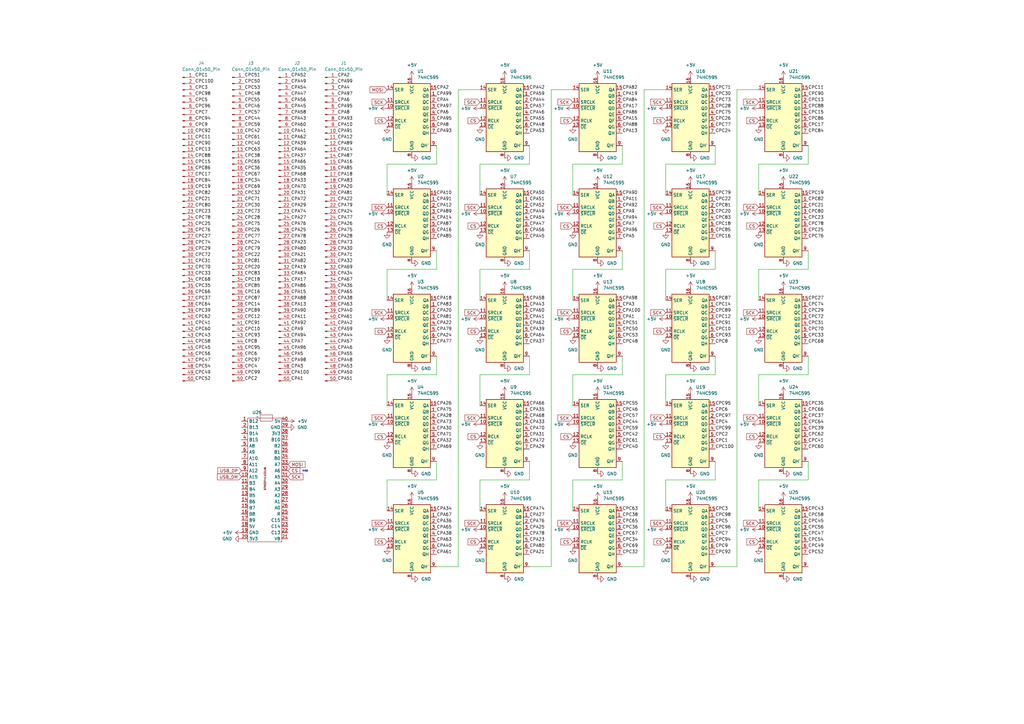
<source format=kicad_sch>
(kicad_sch (version 20231120) (generator "eeschema") (generator_version "8.0")
  (paper "A3")
  (title_block (title "MC6205-2") (rev "1") (company "Astrolate"))
  (wire (pts (xy 234.95 36.83) (xy 226.06 36.83)))
  (wire (pts (xy 255.27 146.05) (xy 255.27 153.67)))
  (wire (pts (xy 196.85 153.67) (xy 196.85 166.37)))
  (wire (pts (xy 255.27 102.87) (xy 255.27 110.49)))
  (wire (pts (xy 179.07 59.69) (xy 179.07 67.31)))
  (wire (pts (xy 196.85 110.49) (xy 196.85 123.19)))
  (wire (pts (xy 179.07 189.23) (xy 179.07 196.85)))
  (wire (pts (xy 196.85 196.85) (xy 196.85 209.55)))
  (wire (pts (xy 196.85 67.31) (xy 196.85 80.01)))
  (wire (pts (xy 217.17 102.87) (xy 217.17 110.49)))
  (wire (pts (xy 234.95 110.49) (xy 234.95 123.19)))
  (wire (pts (xy 311.15 196.85) (xy 311.15 209.55)))
  (wire (pts (xy 255.27 67.31) (xy 234.95 67.31)))
  (wire (pts (xy 331.47 59.69) (xy 331.47 67.31)))
  (wire (pts (xy 293.37 232.41) (xy 302.26 232.41)))
  (wire (pts (xy 217.17 146.05) (xy 217.17 153.67)))
  (wire (pts (xy 179.07 110.49) (xy 158.75 110.49)))
  (wire (pts (xy 273.05 110.49) (xy 273.05 123.19)))
  (wire (pts (xy 255.27 59.69) (xy 255.27 67.31)))
  (wire (pts (xy 234.95 67.31) (xy 234.95 80.01)))
  (wire (pts (xy 179.07 153.67) (xy 158.75 153.67)))
  (wire (pts (xy 273.05 153.67) (xy 273.05 166.37)))
  (wire (pts (xy 302.26 232.41) (xy 302.26 36.83)))
  (wire (pts (xy 293.37 146.05) (xy 293.37 153.67)))
  (wire (pts (xy 293.37 153.67) (xy 273.05 153.67)))
  (wire (pts (xy 217.17 59.69) (xy 217.17 67.31)))
  (wire (pts (xy 331.47 146.05) (xy 331.47 153.67)))
  (wire (pts (xy 331.47 196.85) (xy 311.15 196.85)))
  (wire (pts (xy 234.95 153.67) (xy 234.95 166.37)))
  (wire (pts (xy 255.27 110.49) (xy 234.95 110.49)))
  (wire (pts (xy 179.07 196.85) (xy 158.75 196.85)))
  (wire (pts (xy 273.05 196.85) (xy 273.05 209.55)))
  (wire (pts (xy 179.07 146.05) (xy 179.07 153.67)))
  (wire (pts (xy 158.75 153.67) (xy 158.75 166.37)))
  (wire (pts (xy 217.17 110.49) (xy 196.85 110.49)))
  (wire (pts (xy 158.75 110.49) (xy 158.75 123.19)))
  (wire (pts (xy 331.47 102.87) (xy 331.47 110.49)))
  (wire (pts (xy 293.37 102.87) (xy 293.37 110.49)))
  (wire (pts (xy 255.27 189.23) (xy 255.27 196.85)))
  (wire (pts (xy 293.37 196.85) (xy 273.05 196.85)))
  (wire (pts (xy 311.15 110.49) (xy 311.15 123.19)))
  (wire (pts (xy 293.37 67.31) (xy 273.05 67.31)))
  (wire (pts (xy 187.96 36.83) (xy 196.85 36.83)))
  (wire (pts (xy 302.26 36.83) (xy 311.15 36.83)))
  (wire (pts (xy 331.47 189.23) (xy 331.47 196.85)))
  (wire (pts (xy 255.27 196.85) (xy 234.95 196.85)))
  (wire (pts (xy 311.15 67.31) (xy 311.15 80.01)))
  (wire (pts (xy 179.07 102.87) (xy 179.07 110.49)))
  (wire (pts (xy 179.07 67.31) (xy 158.75 67.31)))
  (wire (pts (xy 255.27 153.67) (xy 234.95 153.67)))
  (wire (pts (xy 264.16 36.83) (xy 273.05 36.83)))
  (wire (pts (xy 158.75 196.85) (xy 158.75 209.55)))
  (wire (pts (xy 293.37 110.49) (xy 273.05 110.49)))
  (wire (pts (xy 293.37 189.23) (xy 293.37 196.85)))
  (wire (pts (xy 217.17 189.23) (xy 217.17 196.85)))
  (wire (pts (xy 217.17 153.67) (xy 196.85 153.67)))
  (wire (pts (xy 311.15 153.67) (xy 311.15 166.37)))
  (wire (pts (xy 187.96 232.41) (xy 187.96 36.83)))
  (wire (pts (xy 217.17 196.85) (xy 196.85 196.85)))
  (wire (pts (xy 331.47 153.67) (xy 311.15 153.67)))
  (wire (pts (xy 158.75 67.31) (xy 158.75 80.01)))
  (wire (pts (xy 234.95 196.85) (xy 234.95 209.55)))
  (wire (pts (xy 255.27 232.41) (xy 264.16 232.41)))
  (wire (pts (xy 293.37 59.69) (xy 293.37 67.31)))
  (wire (pts (xy 264.16 232.41) (xy 264.16 36.83)))
  (wire (pts (xy 331.47 110.49) (xy 311.15 110.49)))
  (wire (pts (xy 331.47 67.31) (xy 311.15 67.31)))
  (wire (pts (xy 273.05 67.31) (xy 273.05 80.01)))
  (wire (pts (xy 179.07 232.41) (xy 187.96 232.41)))
  (wire (pts (xy 217.17 67.31) (xy 196.85 67.31)))
  (wire (pts (xy 226.06 232.41) (xy 217.17 232.41)))
  (wire (pts (xy 226.06 36.83) (xy 226.06 232.41)))
  (text "MISO" (at 125.222 193.294 0) (effects (font (size 0.635 0.635))))
  (label "CPA6" (at 138.43 41.91 0))
  (label "CPA78" (at 119.38 97.79 0))
  (label "CPA38" (at 138.43 123.19 0))
  (label "CPA93" (at 179.07 54.61 0))
  (label "CPC71" (at 100.33 82.55 0))
  (label "CPA29" (at 119.38 85.09 0))
  (label "CPC33" (at 331.47 138.43 0))
  (label "CPC50" (at 100.33 34.29 0))
  (label "CPA73" (at 179.07 173.99 0))
  (label "CPC31" (at 331.47 133.35 0))
  (label "CPC65" (at 100.33 67.31 0))
  (label "CPC74" (at 331.47 125.73 0))
  (label "CPA31" (at 119.38 80.01 0))
  (label "CPA56" (at 217.17 95.25 0))
  (label "CPC39" (at 80.01 128.27 0))
  (label "CPC56" (at 331.47 217.17 0))
  (label "CPC61" (at 100.33 57.15 0))
  (label "CPA1" (at 119.38 156.21 0))
  (label "CPA49" (at 217.17 87.63 0))
  (label "CPC69" (at 255.27 224.79 0))
  (label "CPC55" (at 255.27 166.37 0))
  (label "CPA91" (at 138.43 54.61 0))
  (label "CPC84" (at 80.01 74.93 0))
  (label "CPC11" (at 80.01 57.15 0))
  (label "CPC6" (at 293.37 168.91 0))
  (label "CPA26" (at 179.07 166.37 0))
  (label "CPA60" (at 119.38 52.07 0))
  (label "CPA87" (at 179.07 92.71 0))
  (label "CPC85" (at 100.33 118.11 0))
  (label "CPA81" (at 138.43 80.01 0))
  (label "CPA36" (at 179.07 214.63 0))
  (label "CPA62" (at 217.17 133.35 0))
  (label "CPC54" (at 80.01 151.13 0))
  (label "CPC4" (at 293.37 173.99 0))
  (label "CPC45" (at 331.47 214.63 0))
  (label "CPA38" (at 179.07 219.71 0))
  (label "CPA70" (at 119.38 77.47 0))
  (label "CPA70" (at 217.17 176.53 0))
  (label "CPC32" (at 100.33 80.01 0))
  (label "CPA94" (at 255.27 90.17 0))
  (label "CPA11" (at 255.27 82.55 0))
  (label "CPA58" (at 119.38 46.99 0))
  (label "CPC40" (at 100.33 59.69 0))
  (label "CPA61" (at 179.07 227.33 0))
  (label "CPC35" (at 331.47 166.37 0))
  (label "CPA33" (at 119.38 74.93 0))
  (label "CPC81" (at 293.37 85.09 0))
  (label "CPC43" (at 80.01 138.43 0))
  (label "CPC93" (at 293.37 138.43 0))
  (label "CPA36" (at 138.43 118.11 0))
  (label "CPA59" (at 138.43 135.89 0))
  (label "CPC27" (at 80.01 97.79 0))
  (label "CPA42" (at 217.17 36.83 0))
  (label "CPA99" (at 179.07 39.37 0))
  (label "CPA67" (at 179.07 212.09 0))
  (label "CPC84" (at 331.47 54.61 0))
  (label "CPA72" (at 217.17 181.61 0))
  (label "CPA71" (at 179.07 179.07 0))
  (label "CPA84" (at 255.27 41.91 0))
  (label "CPC61" (at 255.27 181.61 0))
  (label "CPA56" (at 119.38 41.91 0))
  (label "CPC97" (at 100.33 148.59 0))
  (label "CPC88" (at 80.01 64.77 0))
  (label "CPC40" (at 255.27 184.15 0))
  (label "CPC31" (at 80.01 107.95 0))
  (label "CPC27" (at 331.47 123.19 0))
  (label "CPC72" (at 80.01 105.41 0))
  (label "CPA89" (at 138.43 59.69 0))
  (label "CPA55" (at 217.17 49.53 0))
  (label "CPC34" (at 100.33 74.93 0))
  (label "CPC89" (at 293.37 128.27 0))
  (label "CPC25" (at 331.47 95.25 0))
  (label "CPA30" (at 138.43 102.87 0))
  (label "CPC10" (at 100.33 135.89 0))
  (label "CPC20" (at 100.33 110.49 0))
  (label "CPA100" (at 255.27 128.27 0))
  (label "CPC85" (at 293.37 95.25 0))
  (label "CPA69" (at 138.43 110.49 0))
  (label "CPA53" (at 138.43 151.13 0))
  (label "CPC68" (at 331.47 140.97 0))
  (label "CPC76" (at 331.47 97.79 0))
  (label "CPA4" (at 179.07 41.91 0))
  (label "CPC77" (at 100.33 97.79 0))
  (label "CPC24" (at 100.33 100.33 0))
  (label "CPC78" (at 80.01 90.17 0))
  (label "CPC42" (at 255.27 179.07 0))
  (label "CPC25" (at 80.01 92.71 0))
  (label "CPA57" (at 138.43 140.97 0))
  (label "CPA63" (at 179.07 222.25 0))
  (label "CPC90" (at 331.47 39.37 0))
  (label "CPC29" (at 331.47 128.27 0))
  (label "CPC9" (at 293.37 224.79 0))
  (label "CPA18" (at 179.07 123.19 0))
  (label "CPA23" (at 217.17 222.25 0))
  (label "CPC47" (at 80.01 148.59 0))
  (label "CPA34" (at 179.07 209.55 0))
  (label "CPC21" (at 331.47 85.09 0))
  (label "CPA66" (at 119.38 67.31 0))
  (label "CPA32" (at 138.43 107.95 0))
  (label "CPA97" (at 179.07 44.45 0))
  (label "CPC8" (at 100.33 140.97 0))
  (label "CPC9" (at 80.01 52.07 0))
  (label "CPC100" (at 80.01 34.29 0))
  (label "CPA20" (at 179.07 128.27 0))
  (label "CPC12" (at 293.37 130.81 0))
  (label "CPA44" (at 138.43 138.43 0))
  (label "CPC75" (at 100.33 92.71 0))
  (label "CPC71" (at 293.37 36.83 0))
  (label "CPA98" (at 119.38 148.59 0))
  (label "CPC48" (at 100.33 39.37 0))
  (label "CPA95" (at 138.43 44.45 0))
  (label "CPA7" (at 119.38 140.97 0))
  (label "CPA41" (at 217.17 130.81 0))
  (label "CPA52" (at 217.17 85.09 0))
  (label "CPA9" (at 119.38 135.89 0))
  (label "CPA90" (at 255.27 80.01 0))
  (label "CPA27" (at 119.38 90.17 0))
  (label "CPC10" (at 293.37 135.89 0))
  (label "CPC79" (at 293.37 80.01 0))
  (label "CPA25" (at 119.38 95.25 0))
  (label "CPC94" (at 293.37 222.25 0))
  (label "CPA61" (at 138.43 130.81 0))
  (label "CPA90" (at 119.38 128.27 0))
  (label "CPA77" (at 138.43 90.17 0))
  (label "CPA50" (at 217.17 80.01 0))
  (label "CPA86" (at 255.27 46.99 0))
  (label "CPC55" (at 100.33 41.91 0))
  (label "CPA46" (at 217.17 46.99 0))
  (label "CPA2" (at 179.07 36.83 0))
  (label "CPA95" (at 179.07 49.53 0))
  (label "CPA58" (at 217.17 123.19 0))
  (label "CPC34" (at 255.27 222.25 0))
  (label "CPC91" (at 293.37 133.35 0))
  (label "CPA52" (at 119.38 31.75 0))
  (label "CPC38" (at 100.33 64.77 0))
  (label "CPA21" (at 217.17 227.33 0))
  (label "CPA35" (at 119.38 69.85 0))
  (label "CPC42" (at 100.33 54.61 0))
  (label "CPC51" (at 100.33 31.75 0))
  (label "CPC16" (at 100.33 120.65 0))
  (label "CPC100" (at 293.37 184.15 0))
  (label "CPC43" (at 331.47 209.55 0))
  (label "CPC82" (at 80.01 80.01 0))
  (label "CPC92" (at 80.01 54.61 0))
  (label "CPC57" (at 100.33 46.99 0))
  (label "CPA45" (at 119.38 44.45 0))
  (label "CPC44" (at 255.27 173.99 0))
  (label "CPA14" (at 179.07 90.17 0))
  (label "CPC75" (at 293.37 46.99 0))
  (label "CPC7" (at 80.01 46.99 0))
  (label "CPA39" (at 217.17 135.89 0))
  (label "CPC99" (at 100.33 153.67 0))
  (label "CPA88" (at 119.38 123.19 0))
  (label "CPA42" (at 138.43 133.35 0))
  (label "CPC49" (at 80.01 153.67 0))
  (label "CPA83" (at 179.07 125.73 0))
  (label "CPA65" (at 138.43 120.65 0))
  (label "CPC70" (at 80.01 110.49 0))
  (label "CPC46" (at 100.33 44.45 0))
  (label "CPC37" (at 80.01 123.19 0))
  (label "CPA51" (at 217.17 82.55 0))
  (label "CPA25" (at 217.17 217.17 0))
  (label "CPA20" (at 138.43 77.47 0))
  (label "CPC66" (at 331.47 168.91 0))
  (label "CPC87" (at 100.33 123.19 0))
  (label "CPC8" (at 293.37 140.97 0))
  (label "CPA83" (at 138.43 74.93 0))
  (label "CPA8" (at 179.07 52.07 0))
  (label "CPA17" (at 119.38 115.57 0))
  (label "CPA82" (at 119.38 107.95 0))
  (label "CPA16" (at 138.43 67.31 0))
  (label "CPC14" (at 100.33 125.73 0))
  (label "CPA50" (at 138.43 153.67 0))
  (label "CPC47" (at 331.47 219.71 0))
  (label "CPA91" (at 179.07 82.55 0))
  (label "CPC1" (at 80.01 31.75 0))
  (label "CPA96" (at 119.38 143.51 0))
  (label "CPA31" (at 217.17 179.07 0))
  (label "CPC98" (at 80.01 39.37 0))
  (label "CPC41" (at 331.47 181.61 0))
  (label "CPC60" (at 331.47 184.15 0))
  (label "CPC59" (at 100.33 52.07 0))
  (label "CPA17" (at 255.27 44.45 0))
  (label "CPC13" (at 80.01 62.23 0))
  (label "CPA64" (at 119.38 62.23 0))
  (label "CPA76" (at 217.17 214.63 0))
  (label "CPC98" (at 293.37 212.09 0))
  (label "CPC15" (at 331.47 46.99 0))
  (label "CPC63" (at 255.27 209.55 0))
  (label "CPA65" (at 179.07 217.17 0))
  (label "CPA7" (at 255.27 92.71 0))
  (label "CPA68" (at 119.38 72.39 0))
  (label "CPA16" (at 179.07 95.25 0))
  (label "CPC41" (at 80.01 133.35 0))
  (label "CPC57" (at 255.27 171.45 0))
  (label "CPA43" (at 119.38 49.53 0))
  (label "CPC80" (at 80.01 85.09 0))
  (label "CPA35" (at 217.17 168.91 0))
  (label "CPA32" (at 179.07 181.61 0))
  (label "CPC46" (at 255.27 168.91 0))
  (label "CPA47" (at 119.38 39.37 0))
  (label "CPA74" (at 119.38 87.63 0))
  (label "CPC35" (at 80.01 118.11 0))
  (label "CPC15" (at 80.01 67.31 0))
  (label "CPC24" (at 293.37 54.61 0))
  (label "CPC67" (at 100.33 72.39 0))
  (label "CPA80" (at 217.17 224.79 0))
  (label "CPA8" (at 138.43 46.99 0))
  (label "CPC38" (at 255.27 212.09 0))
  (label "CPA4" (at 138.43 36.83 0))
  (label "CPA48" (at 217.17 52.07 0))
  (label "CPC79" (at 100.33 102.87 0))
  (label "CPA18" (at 138.43 72.39 0))
  (label "CPC16" (at 293.37 97.79 0))
  (label "CPC22" (at 100.33 105.41 0))
  (label "CPC36" (at 100.33 69.85 0))
  (label "CPA5" (at 119.38 146.05 0))
  (label "CPA68" (at 217.17 171.45 0))
  (label "CPA12" (at 179.07 85.09 0))
  (label "CPC53" (at 255.27 138.43 0))
  (label "CPA87" (at 138.43 64.77 0))
  (label "CPC68" (at 80.01 115.57 0))
  (label "CPA86" (at 119.38 118.11 0))
  (label "CPA76" (at 119.38 92.71 0))
  (label "CPC78" (at 331.47 92.71 0))
  (label "CPC14" (at 293.37 125.73 0))
  (label "CPA81" (at 179.07 130.81 0))
  (label "CPC13" (at 331.47 41.91 0))
  (label "CPA28" (at 179.07 171.45 0))
  (label "CPC49" (at 331.47 224.79 0))
  (label "CPA54" (at 217.17 90.17 0))
  (label "CPA11" (at 119.38 130.81 0))
  (label "CPC99" (at 293.37 176.53 0))
  (label "CPC1" (at 293.37 181.61 0))
  (label "CPA24" (at 138.43 87.63 0))
  (label "CPC80" (at 331.47 87.63 0))
  (label "CPC39" (at 331.47 176.53 0))
  (label "CPA99" (at 138.43 34.29 0))
  (label "CPC96" (at 80.01 44.45 0))
  (label "CPC29" (at 80.01 102.87 0))
  (label "CPA10" (at 179.07 80.01 0))
  (label "CPA66" (at 217.17 166.37 0))
  (label "CPC88" (at 331.47 44.45 0))
  (label "CPA3" (at 119.38 151.13 0))
  (label "CPC67" (at 255.27 219.71 0))
  (label "CPA27" (at 217.17 212.09 0))
  (label "CPC18" (at 100.33 115.57 0))
  (label "CPC91" (at 100.33 133.35 0))
  (label "CPC52" (at 331.47 227.33 0))
  (label "CPC83" (at 293.37 90.17 0))
  (label "CPC33" (at 80.01 113.03 0))
  (label "CPA46" (at 138.43 143.51 0))
  (label "CPC21" (at 80.01 82.55 0))
  (label "CPC48" (at 255.27 140.97 0))
  (label "CPA72" (at 119.38 82.55 0))
  (label "CPA21" (at 119.38 105.41 0))
  (label "CPA67" (at 138.43 115.57 0))
  (label "CPC36" (at 255.27 217.17 0))
  (label "CPC95" (at 293.37 166.37 0))
  (label "CPA96" (at 255.27 95.25 0))
  (label "CPC73" (at 293.37 41.91 0))
  (label "CPA54" (at 119.38 36.83 0))
  (label "CPA47" (at 217.17 92.71 0))
  (label "CPC77" (at 293.37 52.07 0))
  (label "CPA34" (at 138.43 113.03 0))
  (label "CPC23" (at 80.01 87.63 0))
  (label "CPC73" (at 100.33 87.63 0))
  (label "CPC94" (at 80.01 49.53 0))
  (label "CPC53" (at 100.33 36.83 0))
  (label "CPA49" (at 119.38 34.29 0))
  (label "CPA64" (at 217.17 138.43 0))
  (label "CPC92" (at 293.37 227.33 0))
  (label "CPA79" (at 138.43 85.09 0))
  (label "CPA13" (at 255.27 54.61 0))
  (label "CPC58" (at 331.47 212.09 0))
  (label "CPC19" (at 80.01 77.47 0))
  (label "CPC62" (at 331.47 179.07 0))
  (label "CPA10" (at 138.43 52.07 0))
  (label "CPC28" (at 293.37 44.45 0))
  (label "CPC69" (at 100.33 77.47 0))
  (label "CPA77" (at 179.07 140.97 0))
  (label "CPA84" (at 119.38 113.03 0))
  (label "CPA55" (at 138.43 146.05 0))
  (label "CPA33" (at 217.17 173.99 0))
  (label "CPC7" (at 293.37 219.71 0))
  (label "CPA60" (at 217.17 128.27 0))
  (label "CPC86" (at 80.01 69.85 0))
  (label "CPA73" (at 138.43 100.33 0))
  (label "CPC56" (at 80.01 146.05 0))
  (label "CPA63" (at 138.43 125.73 0))
  (label "CPA59" (at 217.17 39.37 0))
  (label "CPA12" (at 138.43 57.15 0))
  (label "CPA85" (at 138.43 69.85 0))
  (label "CPC30" (at 100.33 85.09 0))
  (label "CPA14" (at 138.43 62.23 0))
  (label "CPC65" (at 255.27 214.63 0))
  (label "CPA22" (at 138.43 82.55 0))
  (label "CPA69" (at 179.07 184.15 0))
  (label "CPA22" (at 179.07 133.35 0))
  (label "CPA2" (at 138.43 31.75 0))
  (label "CPC72" (at 331.47 130.81 0))
  (label "CPC64" (at 80.01 125.73 0))
  (label "CPA19" (at 119.38 110.49 0))
  (label "CPA80" (at 119.38 102.87 0))
  (label "CPA75" (at 179.07 168.91 0))
  (label "CPC45" (at 80.01 143.51 0))
  (label "CPC20" (at 293.37 87.63 0))
  (label "CPA78" (at 217.17 219.71 0))
  (label "CPA79" (at 179.07 135.89 0))
  (label "CPA93" (at 138.43 49.53 0))
  (label "CPC95" (at 100.33 143.51 0))
  (label "CPA15" (at 255.27 49.53 0))
  (label "CPA53" (at 217.17 54.61 0))
  (label "CPA26" (at 138.43 92.71 0))
  (label "CPC81" (at 100.33 107.95 0))
  (label "CPA88" (at 255.27 52.07 0))
  (label "CPC17" (at 80.01 72.39 0))
  (label "CPA29" (at 217.17 184.15 0))
  (label "CPA97" (at 138.43 39.37 0))
  (label "CPA40" (at 179.07 224.79 0))
  (label "CPA9" (at 255.27 87.63 0))
  (label "CPA82" (at 255.27 36.83 0))
  (label "CPA15" (at 119.38 120.65 0))
  (label "CPC23" (at 331.47 90.17 0))
  (label "CPC54" (at 331.47 222.25 0))
  (label "CPC51" (at 255.27 133.35 0))
  (label "CPC2" (at 100.33 156.21 0))
  (label "CPC64" (at 331.47 173.99 0))
  (label "CPC28" (at 100.33 90.17 0))
  (label "CPA94" (at 119.38 138.43 0))
  (label "CPC96" (at 293.37 217.17 0))
  (label "CPA57" (at 217.17 44.45 0))
  (label "CPA23" (at 119.38 100.33 0))
  (label "CPC97" (at 293.37 171.45 0))
  (label "CPC87" (at 293.37 123.19 0))
  (label "CPA85" (at 179.07 97.79 0))
  (label "CPA44" (at 217.17 41.91 0))
  (label "CPA45" (at 217.17 97.79 0))
  (label "CPC6" (at 100.33 146.05 0))
  (label "CPC52" (at 80.01 156.21 0))
  (label "CPC70" (at 331.47 135.89 0))
  (label "CPA24" (at 179.07 138.43 0))
  (label "CPA100" (at 119.38 153.67 0))
  (label "CPC76" (at 80.01 95.25 0))
  (label "CPA98" (at 255.27 123.19 0))
  (label "CPA92" (at 119.38 133.35 0))
  (label "CPC11" (at 331.47 36.83 0))
  (label "CPC30" (at 293.37 39.37 0))
  (label "CPA19" (at 255.27 39.37 0))
  (label "CPA37" (at 119.38 64.77 0))
  (label "CPC50" (at 255.27 135.89 0))
  (label "CPC60" (at 80.01 135.89 0))
  (label "CPC44" (at 100.33 49.53 0))
  (label "CPA75" (at 138.43 95.25 0))
  (label "CPC18" (at 293.37 92.71 0))
  (label "CPC3" (at 293.37 209.55 0))
  (label "CPA5" (at 255.27 97.79 0))
  (label "CPC26" (at 100.33 95.25 0))
  (label "CPA62" (at 119.38 57.15 0))
  (label "CPA39" (at 119.38 59.69 0))
  (label "CPC5" (at 80.01 41.91 0))
  (label "CPC89" (at 100.33 128.27 0))
  (label "CPA48" (at 138.43 148.59 0))
  (label "CPC86" (at 331.47 49.53 0))
  (label "CPA43" (at 217.17 125.73 0))
  (label "CPC5" (at 293.37 214.63 0))
  (label "CPA51" (at 138.43 156.21 0))
  (label "CPC62" (at 80.01 130.81 0))
  (label "CPC59" (at 255.27 176.53 0))
  (label "CPA1" (at 255.27 130.81 0))
  (label "CPC12" (at 100.33 130.81 0))
  (label "CPA40" (at 138.43 128.27 0))
  (label "CPA37" (at 217.17 140.97 0))
  (label "CPC3" (at 80.01 36.83 0))
  (label "CPC2" (at 293.37 179.07 0))
  (label "CPA6" (at 179.07 46.99 0))
  (label "CPC4" (at 100.33 151.13 0))
  (label "CPA74" (at 217.17 209.55 0))
  (label "CPC83" (at 100.33 113.03 0))
  (label "CPA3" (at 255.27 125.73 0))
  (label "CPA13" (at 119.38 125.73 0))
  (label "CPC58" (at 80.01 140.97 0))
  (label "CPA71" (at 138.43 105.41 0))
  (label "CPC19" (at 331.47 80.01 0))
  (label "CPC63" (at 100.33 62.23 0))
  (label "CPA41" (at 119.38 54.61 0))
  (label "CPC74" (at 80.01 100.33 0))
  (label "CPA28" (at 138.43 97.79 0))
  (label "CPC32" (at 255.27 227.33 0))
  (label "CPC17" (at 331.47 52.07 0))
  (label "CPC90" (at 80.01 59.69 0))
  (label "CPC22" (at 293.37 82.55 0))
  (label "CPC26" (at 293.37 49.53 0))
  (label "CPA30" (at 179.07 176.53 0))
  (label "CPC37" (at 331.47 171.45 0))
  (label "CPA89" (at 179.07 87.63 0))
  (label "CPC93" (at 100.33 138.43 0))
  (label "CPC82" (at 331.47 82.55 0))
  (label "CPC66" (at 80.01 120.65 0))
  (label "CPA92" (at 255.27 85.09 0))
  (global_label "SCK" (shape input) (at 196.85 41.91 180) (property "Intersheetrefs" "${INTERSHEET_REFS}" (effects (hide yes))))
  (global_label "CS" (shape input) (at 158.75 222.25 180) (property "Intersheetrefs" "${INTERSHEET_REFS}" (effects (hide yes))))
  (global_label "SCK" (shape input) (at 273.05 128.27 180) (property "Intersheetrefs" "${INTERSHEET_REFS}" (effects (hide yes))))
  (global_label "SCK" (shape input) (at 196.85 171.45 180) (property "Intersheetrefs" "${INTERSHEET_REFS}" (effects (hide yes))))
  (global_label "CS" (shape input) (at 158.75 179.07 180) (property "Intersheetrefs" "${INTERSHEET_REFS}" (effects (hide yes))))
  (global_label "CS" (shape input) (at 234.95 49.53 180) (property "Intersheetrefs" "${INTERSHEET_REFS}" (effects (hide yes))))
  (global_label "CS" (shape input) (at 196.85 222.25 180) (property "Intersheetrefs" "${INTERSHEET_REFS}" (effects (hide yes))))
  (global_label "CS" (shape input) (at 273.05 179.07 180) (property "Intersheetrefs" "${INTERSHEET_REFS}" (effects (hide yes))))
  (global_label "SCK" (shape input) (at 158.75 214.63 180) (property "Intersheetrefs" "${INTERSHEET_REFS}" (effects (hide yes))))
  (global_label "SCK" (shape input) (at 118.11 195.58 0) (property "Intersheetrefs" "${INTERSHEET_REFS}" (effects (hide yes))))
  (global_label "CS" (shape input) (at 234.95 222.25 180) (property "Intersheetrefs" "${INTERSHEET_REFS}" (effects (hide yes))))
  (global_label "CS" (shape input) (at 158.75 135.89 180) (property "Intersheetrefs" "${INTERSHEET_REFS}" (effects (hide yes))))
  (global_label "CS" (shape input) (at 196.85 49.53 180) (property "Intersheetrefs" "${INTERSHEET_REFS}" (effects (hide yes))))
  (global_label "CS" (shape input) (at 234.95 135.89 180) (property "Intersheetrefs" "${INTERSHEET_REFS}" (effects (hide yes))))
  (global_label "SCK" (shape input) (at 311.15 214.63 180) (property "Intersheetrefs" "${INTERSHEET_REFS}" (effects (hide yes))))
  (global_label "CS" (shape input) (at 273.05 49.53 180) (property "Intersheetrefs" "${INTERSHEET_REFS}" (effects (hide yes))))
  (global_label "SCK" (shape input) (at 158.75 128.27 180) (property "Intersheetrefs" "${INTERSHEET_REFS}" (effects (hide yes))))
  (global_label "CS" (shape input) (at 311.15 92.71 180) (property "Intersheetrefs" "${INTERSHEET_REFS}" (effects (hide yes))))
  (global_label "SCK" (shape input) (at 158.75 171.45 180) (property "Intersheetrefs" "${INTERSHEET_REFS}" (effects (hide yes))))
  (global_label "SCK" (shape input) (at 234.95 41.91 180) (property "Intersheetrefs" "${INTERSHEET_REFS}" (effects (hide yes))))
  (global_label "CS" (shape input) (at 158.75 92.71 180) (property "Intersheetrefs" "${INTERSHEET_REFS}" (effects (hide yes))))
  (global_label "SCK" (shape input) (at 234.95 171.45 180) (property "Intersheetrefs" "${INTERSHEET_REFS}" (effects (hide yes))))
  (global_label "CS" (shape input) (at 196.85 92.71 180) (property "Intersheetrefs" "${INTERSHEET_REFS}" (effects (hide yes))))
  (global_label "CS" (shape input) (at 311.15 49.53 180) (property "Intersheetrefs" "${INTERSHEET_REFS}" (effects (hide yes))))
  (global_label "USB_DP" (shape input) (at 99.06 193.04 180) (property "Intersheetrefs" "${INTERSHEET_REFS}" (effects (hide yes))))
  (global_label "SCK" (shape input) (at 196.85 128.27 180) (property "Intersheetrefs" "${INTERSHEET_REFS}" (effects (hide yes))))
  (global_label "SCK" (shape input) (at 234.95 85.09 180) (property "Intersheetrefs" "${INTERSHEET_REFS}" (effects (hide yes))))
  (global_label "CS" (shape input) (at 118.11 193.04 0) (property "Intersheetrefs" "${INTERSHEET_REFS}" (effects (hide yes))))
  (global_label "SCK" (shape input) (at 273.05 85.09 180) (property "Intersheetrefs" "${INTERSHEET_REFS}" (effects (hide yes))))
  (global_label "MOSI" (shape input) (at 118.11 190.5 0) (property "Intersheetrefs" "${INTERSHEET_REFS}" (effects (hide yes))))
  (global_label "CS" (shape input) (at 196.85 135.89 180) (property "Intersheetrefs" "${INTERSHEET_REFS}" (effects (hide yes))))
  (global_label "SCK" (shape input) (at 234.95 214.63 180) (property "Intersheetrefs" "${INTERSHEET_REFS}" (effects (hide yes))))
  (global_label "CS" (shape input) (at 158.75 49.53 180) (property "Intersheetrefs" "${INTERSHEET_REFS}" (effects (hide yes))))
  (global_label "CS" (shape input) (at 234.95 179.07 180) (property "Intersheetrefs" "${INTERSHEET_REFS}" (effects (hide yes))))
  (global_label "SCK" (shape input) (at 273.05 171.45 180) (property "Intersheetrefs" "${INTERSHEET_REFS}" (effects (hide yes))))
  (global_label "SCK" (shape input) (at 311.15 128.27 180) (property "Intersheetrefs" "${INTERSHEET_REFS}" (effects (hide yes))))
  (global_label "SCK" (shape input) (at 158.75 41.91 180) (property "Intersheetrefs" "${INTERSHEET_REFS}" (effects (hide yes))))
  (global_label "SCK" (shape input) (at 273.05 214.63 180) (property "Intersheetrefs" "${INTERSHEET_REFS}" (effects (hide yes))))
  (global_label "SCK" (shape input) (at 311.15 171.45 180) (property "Intersheetrefs" "${INTERSHEET_REFS}" (effects (hide yes))))
  (global_label "SCK" (shape input) (at 234.95 128.27 180) (property "Intersheetrefs" "${INTERSHEET_REFS}" (effects (hide yes))))
  (global_label "CS" (shape input) (at 273.05 135.89 180) (property "Intersheetrefs" "${INTERSHEET_REFS}" (effects (hide yes))))
  (global_label "SCK" (shape input) (at 311.15 85.09 180) (property "Intersheetrefs" "${INTERSHEET_REFS}" (effects (hide yes))))
  (global_label "SCK" (shape input) (at 158.75 85.09 180) (property "Intersheetrefs" "${INTERSHEET_REFS}" (effects (hide yes))))
  (global_label "SCK" (shape input) (at 196.85 214.63 180) (property "Intersheetrefs" "${INTERSHEET_REFS}" (effects (hide yes))))
  (global_label "SCK" (shape input) (at 311.15 41.91 180) (property "Intersheetrefs" "${INTERSHEET_REFS}" (effects (hide yes))))
  (global_label "MOSI" (shape input) (at 158.75 36.83 180) (property "Intersheetrefs" "${INTERSHEET_REFS}" (effects (hide yes))))
  (global_label "CS" (shape input) (at 273.05 92.71 180) (property "Intersheetrefs" "${INTERSHEET_REFS}" (effects (hide yes))))
  (global_label "SCK" (shape input) (at 273.05 41.91 180) (property "Intersheetrefs" "${INTERSHEET_REFS}" (effects (hide yes))))
  (global_label "CS" (shape input) (at 196.85 179.07 180) (property "Intersheetrefs" "${INTERSHEET_REFS}" (effects (hide yes))))
  (global_label "CS" (shape input) (at 311.15 179.07 180) (property "Intersheetrefs" "${INTERSHEET_REFS}" (effects (hide yes))))
  (global_label "CS" (shape input) (at 234.95 92.71 180) (property "Intersheetrefs" "${INTERSHEET_REFS}" (effects (hide yes))))
  (global_label "CS" (shape input) (at 311.15 222.25 180) (property "Intersheetrefs" "${INTERSHEET_REFS}" (effects (hide yes))))
  (global_label "CS" (shape input) (at 273.05 222.25 180) (property "Intersheetrefs" "${INTERSHEET_REFS}" (effects (hide yes))))
  (global_label "CS" (shape input) (at 311.15 135.89 180) (property "Intersheetrefs" "${INTERSHEET_REFS}" (effects (hide yes))))
  (global_label "SCK" (shape input) (at 196.85 85.09 180) (property "Intersheetrefs" "${INTERSHEET_REFS}" (effects (hide yes))))
  (global_label "USB_DM" (shape input) (at 99.06 195.58 180) (property "Intersheetrefs" "${INTERSHEET_REFS}" (effects (hide yes))))
  (symbol (lib_id "Connector:Conn_01x50_Pin") (at 74.93 92.71 0) (unit 1)
    (property "Reference" "J4" (at 82.55 25.908 0))
    (property "Value" "Conn_01x50_Pin" (at 82.55 28.448 0))
    (property "Footprint" "Connector_FFC-FPC:Molex_54132-5033_1x50-1MP_P0.5mm_Horizontal" (effects (hide yes)))
    (property "Description" "\"Generic connector, single row, 01x50, script generated\"" (effects (hide yes)))
  )
  (symbol (lib_id "power:+5V") (at 245.11 31.75 0) (unit 1)
    (property "Reference" "#PWR028" (effects (hide yes)))
    (property "Value" "+5V" (at 245.11 26.67 0))
    (property "Description" "Power symbol creates a global label with name \"+5V\"" (effects (hide yes)))
  )
  (symbol (lib_id "power:+5V") (at 283.21 204.47 0) (unit 1)
    (property "Reference" "#PWR049" (effects (hide yes)))
    (property "Value" "+5V" (at 283.21 199.39 0))
    (property "Description" "Power symbol creates a global label with name \"+5V\"" (effects (hide yes)))
  )
  (symbol (lib_id "power:GND") (at 158.75 224.79 0) (unit 1)
    (property "Reference" "#PWR071" (effects (hide yes)))
    (property "Value" "GND" (at 158.75 229.87 0))
    (property "Description" "Power symbol creates a global label with name \"GND\" , ground" (effects (hide yes)))
  )
  (symbol (lib_id "power:+5V") (at 168.91 118.11 0) (unit 1)
    (property "Reference" "#PWR036" (effects (hide yes)))
    (property "Value" "+5V" (at 168.91 113.03 0))
    (property "Description" "Power symbol creates a global label with name \"+5V\"" (effects (hide yes)))
  )
  (symbol (lib_id "power:+5V") (at 273.05 130.81 90) (unit 1)
    (property "Reference" "#PWR089" (effects (hide yes)))
    (property "Value" "+5V" (at 269.24 130.8099 90) (effects (justify left)))
    (property "Description" "Power symbol creates a global label with name \"+5V\"" (effects (hide yes)))
  )
  (symbol (lib_id "power:+5V") (at 158.75 130.81 90) (unit 1)
    (property "Reference" "#PWR086" (effects (hide yes)))
    (property "Value" "+5V" (at 154.94 130.8099 90) (effects (justify left)))
    (property "Description" "Power symbol creates a global label with name \"+5V\"" (effects (hide yes)))
  )
  (symbol (lib_id "power:+5V") (at 99.06 218.44 90) (unit 1)
    (property "Reference" "#PWR0104" (effects (hide yes)))
    (property "Value" "+5V" (at 95.25 218.4399 90) (effects (justify left)))
    (property "Description" "Power symbol creates a global label with name \"+5V\"" (effects (hide yes)))
  )
  (symbol (lib_id "Connector:Conn_01x50_Pin") (at 114.3 92.71 0) (unit 1)
    (property "Reference" "J2" (at 121.92 25.908 0))
    (property "Value" "Conn_01x50_Pin" (at 121.92 28.448 0))
    (property "Footprint" "Connector_FFC-FPC:Molex_54132-5033_1x50-1MP_P0.5mm_Horizontal" (effects (hide yes)))
    (property "Description" "\"Generic connector, single row, 01x50, script generated\"" (effects (hide yes)))
  )
  (symbol (lib_id "power:GND") (at 283.21 64.77 90) (unit 1)
    (property "Reference" "#PWR04" (effects (hide yes)))
    (property "Value" "GND" (at 287.02 64.7699 90) (effects (justify right)))
    (property "Description" "Power symbol creates a global label with name \"GND\" , ground" (effects (hide yes)))
  )
  (symbol (lib_id "power:GND") (at 311.15 95.25 0) (unit 1)
    (property "Reference" "#PWR060" (effects (hide yes)))
    (property "Value" "GND" (at 311.15 100.33 0))
    (property "Description" "Power symbol creates a global label with name \"GND\" , ground" (effects (hide yes)))
  )
  (symbol (lib_id "74xx:74HC595") (at 168.91 219.71 0) (unit 1)
    (property "Reference" "U5" (at 171.1041 201.93 0) (effects (justify left)))
    (property "Value" "74HC595" (at 171.1041 204.47 0) (effects (justify left)))
    (property "Footprint" "Package_DIP:CERDIP-16_W7.62mm_SideBrazed" (effects (hide yes)))
    (property "Datasheet" "http://www.ti.com/lit/ds/symlink/sn74hc595.pdf" (effects (hide yes)))
    (property "Description" "8-bit serial in/out Shift Register 3-State Outputs" (effects (hide yes)))
  )
  (symbol (lib_id "power:GND") (at 158.75 95.25 0) (unit 1)
    (property "Reference" "#PWR056" (effects (hide yes)))
    (property "Value" "GND" (at 158.75 100.33 0))
    (property "Description" "Power symbol creates a global label with name \"GND\" , ground" (effects (hide yes)))
  )
  (symbol (lib_id "power:GND") (at 196.85 181.61 0) (unit 1)
    (property "Reference" "#PWR067" (effects (hide yes)))
    (property "Value" "GND" (at 196.85 186.69 0))
    (property "Description" "Power symbol creates a global label with name \"GND\" , ground" (effects (hide yes)))
  )
  (symbol (lib_id "power:+5V") (at 321.31 161.29 0) (unit 1)
    (property "Reference" "#PWR045" (effects (hide yes)))
    (property "Value" "+5V" (at 321.31 156.21 0))
    (property "Description" "Power symbol creates a global label with name \"+5V\"" (effects (hide yes)))
  )
  (symbol (lib_id "power:+5V") (at 207.01 204.47 0) (unit 1)
    (property "Reference" "#PWR047" (effects (hide yes)))
    (property "Value" "+5V" (at 207.01 199.39 0))
    (property "Description" "Power symbol creates a global label with name \"+5V\"" (effects (hide yes)))
  )
  (symbol (lib_id "74xx:74HC595") (at 321.31 133.35 0) (unit 1)
    (property "Reference" "U23" (at 323.5041 115.57 0) (effects (justify left)))
    (property "Value" "74HC595" (at 323.5041 118.11 0) (effects (justify left)))
    (property "Footprint" "Package_DIP:CERDIP-16_W7.62mm_SideBrazed" (effects (hide yes)))
    (property "Datasheet" "http://www.ti.com/lit/ds/symlink/sn74hc595.pdf" (effects (hide yes)))
    (property "Description" "8-bit serial in/out Shift Register 3-State Outputs" (effects (hide yes)))
  )
  (symbol (lib_id "74xx:74HC595") (at 168.91 90.17 0) (unit 1)
    (property "Reference" "U2" (at 171.1041 72.39 0) (effects (justify left)))
    (property "Value" "74HC595" (at 171.1041 74.93 0) (effects (justify left)))
    (property "Footprint" "Package_DIP:CERDIP-16_W7.62mm_SideBrazed" (effects (hide yes)))
    (property "Datasheet" "http://www.ti.com/lit/ds/symlink/sn74hc595.pdf" (effects (hide yes)))
    (property "Description" "8-bit serial in/out Shift Register 3-State Outputs" (effects (hide yes)))
  )
  (symbol (lib_id "power:GND") (at 234.95 138.43 0) (unit 1)
    (property "Reference" "#PWR063" (effects (hide yes)))
    (property "Value" "GND" (at 234.95 143.51 0))
    (property "Description" "Power symbol creates a global label with name \"GND\" , ground" (effects (hide yes)))
  )
  (symbol (lib_id "power:+5V") (at 273.05 173.99 90) (unit 1)
    (property "Reference" "#PWR094" (effects (hide yes)))
    (property "Value" "+5V" (at 269.24 173.9899 90) (effects (justify left)))
    (property "Description" "Power symbol creates a global label with name \"+5V\"" (effects (hide yes)))
  )
  (symbol (lib_id "74xx:74HC595") (at 283.21 219.71 0) (unit 1)
    (property "Reference" "U20" (at 285.4041 201.93 0) (effects (justify left)))
    (property "Value" "74HC595" (at 285.4041 204.47 0) (effects (justify left)))
    (property "Footprint" "Package_DIP:CERDIP-16_W7.62mm_SideBrazed" (effects (hide yes)))
    (property "Datasheet" "http://www.ti.com/lit/ds/symlink/sn74hc595.pdf" (effects (hide yes)))
    (property "Description" "8-bit serial in/out Shift Register 3-State Outputs" (effects (hide yes)))
  )
  (symbol (lib_id "power:GND") (at 168.91 151.13 90) (unit 1)
    (property "Reference" "#PWR011" (effects (hide yes)))
    (property "Value" "GND" (at 172.72 151.1299 90) (effects (justify right)))
    (property "Description" "Power symbol creates a global label with name \"GND\" , ground" (effects (hide yes)))
  )
  (symbol (lib_id "power:+5V") (at 283.21 161.29 0) (unit 1)
    (property "Reference" "#PWR044" (effects (hide yes)))
    (property "Value" "+5V" (at 283.21 156.21 0))
    (property "Description" "Power symbol creates a global label with name \"+5V\"" (effects (hide yes)))
  )
  (symbol (lib_id "power:GND") (at 196.85 52.07 0) (unit 1)
    (property "Reference" "#PWR052" (effects (hide yes)))
    (property "Value" "GND" (at 196.85 57.15 0))
    (property "Description" "Power symbol creates a global label with name \"GND\" , ground" (effects (hide yes)))
  )
  (symbol (lib_id "power:GND") (at 168.91 194.31 90) (unit 1)
    (property "Reference" "#PWR024" (effects (hide yes)))
    (property "Value" "GND" (at 172.72 194.3099 90) (effects (justify right)))
    (property "Description" "Power symbol creates a global label with name \"GND\" , ground" (effects (hide yes)))
  )
  (symbol (lib_id "74xx:74HC595") (at 207.01 176.53 0) (unit 1)
    (property "Reference" "U9" (at 209.2041 158.75 0) (effects (justify left)))
    (property "Value" "74HC595" (at 209.2041 161.29 0) (effects (justify left)))
    (property "Footprint" "Package_DIP:CERDIP-16_W7.62mm_SideBrazed" (effects (hide yes)))
    (property "Datasheet" "http://www.ti.com/lit/ds/symlink/sn74hc595.pdf" (effects (hide yes)))
    (property "Description" "8-bit serial in/out Shift Register 3-State Outputs" (effects (hide yes)))
  )
  (symbol (lib_id "power:GND") (at 321.31 64.77 90) (unit 1)
    (property "Reference" "#PWR05" (effects (hide yes)))
    (property "Value" "GND" (at 325.12 64.7699 90) (effects (justify right)))
    (property "Description" "Power symbol creates a global label with name \"GND\" , ground" (effects (hide yes)))
  )
  (symbol (lib_id "power:+5V") (at 234.95 130.81 90) (unit 1)
    (property "Reference" "#PWR088" (effects (hide yes)))
    (property "Value" "+5V" (at 231.14 130.8099 90) (effects (justify left)))
    (property "Description" "Power symbol creates a global label with name \"+5V\"" (effects (hide yes)))
  )
  (symbol (lib_id "power:GND") (at 311.15 52.07 0) (unit 1)
    (property "Reference" "#PWR055" (effects (hide yes)))
    (property "Value" "GND" (at 311.15 57.15 0))
    (property "Description" "Power symbol creates a global label with name \"GND\" , ground" (effects (hide yes)))
  )
  (symbol (lib_id "power:GND") (at 158.75 181.61 0) (unit 1)
    (property "Reference" "#PWR066" (effects (hide yes)))
    (property "Value" "GND" (at 158.75 186.69 0))
    (property "Description" "Power symbol creates a global label with name \"GND\" , ground" (effects (hide yes)))
  )
  (symbol (lib_id "power:GND") (at 168.91 107.95 90) (unit 1)
    (property "Reference" "#PWR010" (effects (hide yes)))
    (property "Value" "GND" (at 172.72 107.9499 90) (effects (justify right)))
    (property "Description" "Power symbol creates a global label with name \"GND\" , ground" (effects (hide yes)))
  )
  (symbol (lib_id "power:GND") (at 158.75 138.43 0) (unit 1)
    (property "Reference" "#PWR061" (effects (hide yes)))
    (property "Value" "GND" (at 158.75 143.51 0))
    (property "Description" "Power symbol creates a global label with name \"GND\" , ground" (effects (hide yes)))
  )
  (symbol (lib_id "Connector:Conn_01x50_Pin") (at 95.25 92.71 0) (unit 1)
    (property "Reference" "J3" (at 102.87 25.908 0))
    (property "Value" "Conn_01x50_Pin" (at 102.87 28.448 0))
    (property "Footprint" "Connector_FFC-FPC:Molex_54132-5033_1x50-1MP_P0.5mm_Horizontal" (effects (hide yes)))
    (property "Description" "\"Generic connector, single row, 01x50, script generated\"" (effects (hide yes)))
  )
  (symbol (lib_id "power:+5V") (at 168.91 161.29 0) (unit 1)
    (property "Reference" "#PWR041" (effects (hide yes)))
    (property "Value" "+5V" (at 168.91 156.21 0))
    (property "Description" "Power symbol creates a global label with name \"+5V\"" (effects (hide yes)))
  )
  (symbol (lib_id "74xx:74HC595") (at 283.21 46.99 0) (unit 1)
    (property "Reference" "U16" (at 285.4041 29.21 0) (effects (justify left)))
    (property "Value" "74HC595" (at 285.4041 31.75 0) (effects (justify left)))
    (property "Footprint" "Package_DIP:CERDIP-16_W7.62mm_SideBrazed" (effects (hide yes)))
    (property "Datasheet" "http://www.ti.com/lit/ds/symlink/sn74hc595.pdf" (effects (hide yes)))
    (property "Description" "8-bit serial in/out Shift Register 3-State Outputs" (effects (hide yes)))
  )
  (symbol (lib_id "power:+5V") (at 207.01 74.93 0) (unit 1)
    (property "Reference" "#PWR032" (effects (hide yes)))
    (property "Value" "+5V" (at 207.01 69.85 0))
    (property "Description" "Power symbol creates a global label with name \"+5V\"" (effects (hide yes)))
  )
  (symbol (lib_id "74xx:74HC595") (at 245.11 219.71 0) (unit 1)
    (property "Reference" "U15" (at 247.3041 201.93 0) (effects (justify left)))
    (property "Value" "74HC595" (at 247.3041 204.47 0) (effects (justify left)))
    (property "Footprint" "Package_DIP:CERDIP-16_W7.62mm_SideBrazed" (effects (hide yes)))
    (property "Datasheet" "http://www.ti.com/lit/ds/symlink/sn74hc595.pdf" (effects (hide yes)))
    (property "Description" "8-bit serial in/out Shift Register 3-State Outputs" (effects (hide yes)))
  )
  (symbol (lib_id "74xx:74HC595") (at 321.31 219.71 0) (unit 1)
    (property "Reference" "U25" (at 323.5041 201.93 0) (effects (justify left)))
    (property "Value" "74HC595" (at 323.5041 204.47 0) (effects (justify left)))
    (property "Footprint" "Package_DIP:CERDIP-16_W7.62mm_SideBrazed" (effects (hide yes)))
    (property "Datasheet" "http://www.ti.com/lit/ds/symlink/sn74hc595.pdf" (effects (hide yes)))
    (property "Description" "8-bit serial in/out Shift Register 3-State Outputs" (effects (hide yes)))
  )
  (symbol (lib_id "74xx:74HC595") (at 207.01 46.99 0) (unit 1)
    (property "Reference" "U6" (at 209.2041 29.21 0) (effects (justify left)))
    (property "Value" "74HC595" (at 209.2041 31.75 0) (effects (justify left)))
    (property "Footprint" "Package_DIP:CERDIP-16_W7.62mm_SideBrazed" (effects (hide yes)))
    (property "Datasheet" "http://www.ti.com/lit/ds/symlink/sn74hc595.pdf" (effects (hide yes)))
    (property "Description" "8-bit serial in/out Shift Register 3-State Outputs" (effects (hide yes)))
  )
  (symbol (lib_id "74xx:74HC595") (at 245.11 90.17 0) (unit 1)
    (property "Reference" "U12" (at 247.3041 72.39 0) (effects (justify left)))
    (property "Value" "74HC595" (at 247.3041 74.93 0) (effects (justify left)))
    (property "Footprint" "Package_DIP:CERDIP-16_W7.62mm_SideBrazed" (effects (hide yes)))
    (property "Datasheet" "http://www.ti.com/lit/ds/symlink/sn74hc595.pdf" (effects (hide yes)))
    (property "Description" "8-bit serial in/out Shift Register 3-State Outputs" (effects (hide yes)))
  )
  (symbol (lib_id "74xx:74HC595") (at 321.31 46.99 0) (unit 1)
    (property "Reference" "U21" (at 323.5041 29.21 0) (effects (justify left)))
    (property "Value" "74HC595" (at 323.5041 31.75 0) (effects (justify left)))
    (property "Footprint" "Package_DIP:CERDIP-16_W7.62mm_SideBrazed" (effects (hide yes)))
    (property "Datasheet" "http://www.ti.com/lit/ds/symlink/sn74hc595.pdf" (effects (hide yes)))
    (property "Description" "8-bit serial in/out Shift Register 3-State Outputs" (effects (hide yes)))
  )
  (symbol (lib_id "power:+5V") (at 234.95 217.17 90) (unit 1)
    (property "Reference" "#PWR098" (effects (hide yes)))
    (property "Value" "+5V" (at 231.14 217.1699 90) (effects (justify left)))
    (property "Description" "Power symbol creates a global label with name \"+5V\"" (effects (hide yes)))
  )
  (symbol (lib_id "power:GND") (at 245.11 237.49 90) (unit 1)
    (property "Reference" "#PWR021" (effects (hide yes)))
    (property "Value" "GND" (at 248.92 237.4899 90) (effects (justify right)))
    (property "Description" "Power symbol creates a global label with name \"GND\" , ground" (effects (hide yes)))
  )
  (symbol (lib_id "power:+5V") (at 158.75 217.17 90) (unit 1)
    (property "Reference" "#PWR096" (effects (hide yes)))
    (property "Value" "+5V" (at 154.94 217.1699 90) (effects (justify left)))
    (property "Description" "Power symbol creates a global label with name \"+5V\"" (effects (hide yes)))
  )
  (symbol (lib_id "power:GND") (at 283.21 107.95 90) (unit 1)
    (property "Reference" "#PWR07" (effects (hide yes)))
    (property "Value" "GND" (at 287.02 107.9499 90) (effects (justify right)))
    (property "Description" "Power symbol creates a global label with name \"GND\" , ground" (effects (hide yes)))
  )
  (symbol (lib_id "power:GND") (at 168.91 64.77 90) (unit 1)
    (property "Reference" "#PWR01" (effects (hide yes)))
    (property "Value" "GND" (at 172.72 64.7699 90) (effects (justify right)))
    (property "Description" "Power symbol creates a global label with name \"GND\" , ground" (effects (hide yes)))
  )
  (symbol (lib_id "power:GND") (at 245.11 194.31 90) (unit 1)
    (property "Reference" "#PWR020" (effects (hide yes)))
    (property "Value" "GND" (at 248.92 194.3099 90) (effects (justify right)))
    (property "Description" "Power symbol creates a global label with name \"GND\" , ground" (effects (hide yes)))
  )
  (symbol (lib_id "power:GND") (at 207.01 194.31 90) (unit 1)
    (property "Reference" "#PWR023" (effects (hide yes)))
    (property "Value" "GND" (at 210.82 194.3099 90) (effects (justify right)))
    (property "Description" "Power symbol creates a global label with name \"GND\" , ground" (effects (hide yes)))
  )
  (symbol (lib_id "power:+5V") (at 273.05 87.63 90) (unit 1)
    (property "Reference" "#PWR084" (effects (hide yes)))
    (property "Value" "+5V" (at 269.24 87.6299 90) (effects (justify left)))
    (property "Description" "Power symbol creates a global label with name \"+5V\"" (effects (hide yes)))
  )
  (symbol (lib_id "74xx:74HC595") (at 168.91 46.99 0) (unit 1)
    (property "Reference" "U1" (at 171.1041 29.21 0) (effects (justify left)))
    (property "Value" "74HC595" (at 171.1041 31.75 0) (effects (justify left)))
    (property "Footprint" "Package_DIP:CERDIP-16_W7.62mm_SideBrazed" (effects (hide yes)))
    (property "Datasheet" "http://www.ti.com/lit/ds/symlink/sn74hc595.pdf" (effects (hide yes)))
    (property "Description" "8-bit serial in/out Shift Register 3-State Outputs" (effects (hide yes)))
  )
  (symbol (lib_id "MyLibSymb:WeAct_STM32F411CEU6") (at 97.79 170.18 0) (unit 1)
    (property "Reference" "U26" (at 105.41 169.164 0))
    (property "Value" "~" (at 105.664 170.942 0))
    (property "Footprint" "Package_DIP:DIP-40_W15.24mm" (effects (hide yes)))
  )
  (symbol (lib_id "power:+5V") (at 283.21 74.93 0) (unit 1)
    (property "Reference" "#PWR034" (effects (hide yes)))
    (property "Value" "+5V" (at 283.21 69.85 0))
    (property "Description" "Power symbol creates a global label with name \"+5V\"" (effects (hide yes)))
  )
  (symbol (lib_id "power:GND") (at 234.95 95.25 0) (unit 1)
    (property "Reference" "#PWR058" (effects (hide yes)))
    (property "Value" "GND" (at 234.95 100.33 0))
    (property "Description" "Power symbol creates a global label with name \"GND\" , ground" (effects (hide yes)))
  )
  (symbol (lib_id "power:GND") (at 207.01 151.13 90) (unit 1)
    (property "Reference" "#PWR012" (effects (hide yes)))
    (property "Value" "GND" (at 210.82 151.1299 90) (effects (justify right)))
    (property "Description" "Power symbol creates a global label with name \"GND\" , ground" (effects (hide yes)))
  )
  (symbol (lib_id "power:GND") (at 311.15 138.43 0) (unit 1)
    (property "Reference" "#PWR065" (effects (hide yes)))
    (property "Value" "GND" (at 311.15 143.51 0))
    (property "Description" "Power symbol creates a global label with name \"GND\" , ground" (effects (hide yes)))
  )
  (symbol (lib_id "power:+5V") (at 321.31 31.75 0) (unit 1)
    (property "Reference" "#PWR030" (effects (hide yes)))
    (property "Value" "+5V" (at 321.31 26.67 0))
    (property "Description" "Power symbol creates a global label with name \"+5V\"" (effects (hide yes)))
  )
  (symbol (lib_id "power:+5V") (at 168.91 204.47 0) (unit 1)
    (property "Reference" "#PWR046" (effects (hide yes)))
    (property "Value" "+5V" (at 168.91 199.39 0))
    (property "Description" "Power symbol creates a global label with name \"+5V\"" (effects (hide yes)))
  )
  (symbol (lib_id "power:GND") (at 273.05 181.61 0) (unit 1)
    (property "Reference" "#PWR069" (effects (hide yes)))
    (property "Value" "GND" (at 273.05 186.69 0))
    (property "Description" "Power symbol creates a global label with name \"GND\" , ground" (effects (hide yes)))
  )
  (symbol (lib_id "power:+5V") (at 207.01 161.29 0) (unit 1)
    (property "Reference" "#PWR042" (effects (hide yes)))
    (property "Value" "+5V" (at 207.01 156.21 0))
    (property "Description" "Power symbol creates a global label with name \"+5V\"" (effects (hide yes)))
  )
  (symbol (lib_id "power:+5V") (at 311.15 217.17 90) (unit 1)
    (property "Reference" "#PWR0100" (effects (hide yes)))
    (property "Value" "+5V" (at 307.34 217.1699 90) (effects (justify left)))
    (property "Description" "Power symbol creates a global label with name \"+5V\"" (effects (hide yes)))
  )
  (symbol (lib_id "power:+5V") (at 158.75 87.63 90) (unit 1)
    (property "Reference" "#PWR081" (effects (hide yes)))
    (property "Value" "+5V" (at 154.94 87.6299 90) (effects (justify left)))
    (property "Description" "Power symbol creates a global label with name \"+5V\"" (effects (hide yes)))
  )
  (symbol (lib_id "power:GND") (at 273.05 138.43 0) (unit 1)
    (property "Reference" "#PWR064" (effects (hide yes)))
    (property "Value" "GND" (at 273.05 143.51 0))
    (property "Description" "Power symbol creates a global label with name \"GND\" , ground" (effects (hide yes)))
  )
  (symbol (lib_id "power:GND") (at 118.11 175.26 90) (unit 1)
    (property "Reference" "#PWR0102" (effects (hide yes)))
    (property "Value" "GND" (at 121.92 175.2599 90) (effects (justify right)))
    (property "Description" "Power symbol creates a global label with name \"GND\" , ground" (effects (hide yes)))
  )
  (symbol (lib_id "74xx:74HC595") (at 207.01 133.35 0) (unit 1)
    (property "Reference" "U8" (at 209.2041 115.57 0) (effects (justify left)))
    (property "Value" "74HC595" (at 209.2041 118.11 0) (effects (justify left)))
    (property "Footprint" "Package_DIP:CERDIP-16_W7.62mm_SideBrazed" (effects (hide yes)))
    (property "Datasheet" "http://www.ti.com/lit/ds/symlink/sn74hc595.pdf" (effects (hide yes)))
    (property "Description" "8-bit serial in/out Shift Register 3-State Outputs" (effects (hide yes)))
  )
  (symbol (lib_id "power:+5V") (at 158.75 44.45 90) (unit 1)
    (property "Reference" "#PWR076" (effects (hide yes)))
    (property "Value" "+5V" (at 154.94 44.4499 90) (effects (justify left)))
    (property "Description" "Power symbol creates a global label with name \"+5V\"" (effects (hide yes)))
  )
  (symbol (lib_id "power:+5V") (at 168.91 74.93 0) (unit 1)
    (property "Reference" "#PWR031" (effects (hide yes)))
    (property "Value" "+5V" (at 168.91 69.85 0))
    (property "Description" "Power symbol creates a global label with name \"+5V\"" (effects (hide yes)))
  )
  (symbol (lib_id "power:+5V") (at 207.01 31.75 0) (unit 1)
    (property "Reference" "#PWR027" (effects (hide yes)))
    (property "Value" "+5V" (at 207.01 26.67 0))
    (property "Description" "Power symbol creates a global label with name \"+5V\"" (effects (hide yes)))
  )
  (symbol (lib_id "power:+5V") (at 245.11 74.93 0) (unit 1)
    (property "Reference" "#PWR033" (effects (hide yes)))
    (property "Value" "+5V" (at 245.11 69.85 0))
    (property "Description" "Power symbol creates a global label with name \"+5V\"" (effects (hide yes)))
  )
  (symbol (lib_id "power:+5V") (at 283.21 118.11 0) (unit 1)
    (property "Reference" "#PWR039" (effects (hide yes)))
    (property "Value" "+5V" (at 283.21 113.03 0))
    (property "Description" "Power symbol creates a global label with name \"+5V\"" (effects (hide yes)))
  )
  (symbol (lib_id "power:GND") (at 196.85 138.43 0) (unit 1)
    (property "Reference" "#PWR062" (effects (hide yes)))
    (property "Value" "GND" (at 196.85 143.51 0))
    (property "Description" "Power symbol creates a global label with name \"GND\" , ground" (effects (hide yes)))
  )
  (symbol (lib_id "power:GND") (at 283.21 151.13 90) (unit 1)
    (property "Reference" "#PWR014" (effects (hide yes)))
    (property "Value" "GND" (at 287.02 151.1299 90) (effects (justify right)))
    (property "Description" "Power symbol creates a global label with name \"GND\" , ground" (effects (hide yes)))
  )
  (symbol (lib_id "power:GND") (at 234.95 181.61 0) (unit 1)
    (property "Reference" "#PWR068" (effects (hide yes)))
    (property "Value" "GND" (at 234.95 186.69 0))
    (property "Description" "Power symbol creates a global label with name \"GND\" , ground" (effects (hide yes)))
  )
  (symbol (lib_id "74xx:74HC595") (at 283.21 176.53 0) (unit 1)
    (property "Reference" "U19" (at 285.4041 158.75 0) (effects (justify left)))
    (property "Value" "74HC595" (at 285.4041 161.29 0) (effects (justify left)))
    (property "Footprint" "Package_DIP:CERDIP-16_W7.62mm_SideBrazed" (effects (hide yes)))
    (property "Datasheet" "http://www.ti.com/lit/ds/symlink/sn74hc595.pdf" (effects (hide yes)))
    (property "Description" "8-bit serial in/out Shift Register 3-State Outputs" (effects (hide yes)))
  )
  (symbol (lib_id "power:+5V") (at 207.01 118.11 0) (unit 1)
    (property "Reference" "#PWR037" (effects (hide yes)))
    (property "Value" "+5V" (at 207.01 113.03 0))
    (property "Description" "Power symbol creates a global label with name \"+5V\"" (effects (hide yes)))
  )
  (symbol (lib_id "power:+5V") (at 196.85 173.99 90) (unit 1)
    (property "Reference" "#PWR092" (effects (hide yes)))
    (property "Value" "+5V" (at 193.04 173.9899 90) (effects (justify left)))
    (property "Description" "Power symbol creates a global label with name \"+5V\"" (effects (hide yes)))
  )
  (symbol (lib_id "power:+5V") (at 321.31 118.11 0) (unit 1)
    (property "Reference" "#PWR040" (effects (hide yes)))
    (property "Value" "+5V" (at 321.31 113.03 0))
    (property "Description" "Power symbol creates a global label with name \"+5V\"" (effects (hide yes)))
  )
  (symbol (lib_id "74xx:74HC595") (at 207.01 219.71 0) (unit 1)
    (property "Reference" "U10" (at 209.2041 201.93 0) (effects (justify left)))
    (property "Value" "74HC595" (at 209.2041 204.47 0) (effects (justify left)))
    (property "Footprint" "Package_DIP:CERDIP-16_W7.62mm_SideBrazed" (effects (hide yes)))
    (property "Datasheet" "http://www.ti.com/lit/ds/symlink/sn74hc595.pdf" (effects (hide yes)))
    (property "Description" "8-bit serial in/out Shift Register 3-State Outputs" (effects (hide yes)))
  )
  (symbol (lib_id "power:GND") (at 311.15 181.61 0) (unit 1)
    (property "Reference" "#PWR070" (effects (hide yes)))
    (property "Value" "GND" (at 311.15 186.69 0))
    (property "Description" "Power symbol creates a global label with name \"GND\" , ground" (effects (hide yes)))
  )
  (symbol (lib_id "power:+5V") (at 196.85 44.45 90) (unit 1)
    (property "Reference" "#PWR077" (effects (hide yes)))
    (property "Value" "+5V" (at 193.04 44.4499 90) (effects (justify left)))
    (property "Description" "Power symbol creates a global label with name \"+5V\"" (effects (hide yes)))
  )
  (symbol (lib_id "74xx:74HC595") (at 245.11 133.35 0) (unit 1)
    (property "Reference" "U13" (at 247.3041 115.57 0) (effects (justify left)))
    (property "Value" "74HC595" (at 247.3041 118.11 0) (effects (justify left)))
    (property "Footprint" "Package_DIP:CERDIP-16_W7.62mm_SideBrazed" (effects (hide yes)))
    (property "Datasheet" "http://www.ti.com/lit/ds/symlink/sn74hc595.pdf" (effects (hide yes)))
    (property "Description" "8-bit serial in/out Shift Register 3-State Outputs" (effects (hide yes)))
  )
  (symbol (lib_id "power:+5V") (at 234.95 87.63 90) (unit 1)
    (property "Reference" "#PWR083" (effects (hide yes)))
    (property "Value" "+5V" (at 231.14 87.6299 90) (effects (justify left)))
    (property "Description" "Power symbol creates a global label with name \"+5V\"" (effects (hide yes)))
  )
  (symbol (lib_id "power:GND") (at 321.31 194.31 90) (unit 1)
    (property "Reference" "#PWR016" (effects (hide yes)))
    (property "Value" "GND" (at 325.12 194.3099 90) (effects (justify right)))
    (property "Description" "Power symbol creates a global label with name \"GND\" , ground" (effects (hide yes)))
  )
  (symbol (lib_id "power:+5V") (at 196.85 130.81 90) (unit 1)
    (property "Reference" "#PWR087" (effects (hide yes)))
    (property "Value" "+5V" (at 193.04 130.8099 90) (effects (justify left)))
    (property "Description" "Power symbol creates a global label with name \"+5V\"" (effects (hide yes)))
  )
  (symbol (lib_id "power:+5V") (at 283.21 31.75 0) (unit 1)
    (property "Reference" "#PWR029" (effects (hide yes)))
    (property "Value" "+5V" (at 283.21 26.67 0))
    (property "Description" "Power symbol creates a global label with name \"+5V\"" (effects (hide yes)))
  )
  (symbol (lib_id "power:+5V") (at 234.95 173.99 90) (unit 1)
    (property "Reference" "#PWR093" (effects (hide yes)))
    (property "Value" "+5V" (at 231.14 173.9899 90) (effects (justify left)))
    (property "Description" "Power symbol creates a global label with name \"+5V\"" (effects (hide yes)))
  )
  (symbol (lib_id "power:+5V") (at 311.15 87.63 90) (unit 1)
    (property "Reference" "#PWR085" (effects (hide yes)))
    (property "Value" "+5V" (at 307.34 87.6299 90) (effects (justify left)))
    (property "Description" "Power symbol creates a global label with name \"+5V\"" (effects (hide yes)))
  )
  (symbol (lib_id "power:GND") (at 273.05 95.25 0) (unit 1)
    (property "Reference" "#PWR059" (effects (hide yes)))
    (property "Value" "GND" (at 273.05 100.33 0))
    (property "Description" "Power symbol creates a global label with name \"GND\" , ground" (effects (hide yes)))
  )
  (symbol (lib_id "power:+5V") (at 245.11 161.29 0) (unit 1)
    (property "Reference" "#PWR043" (effects (hide yes)))
    (property "Value" "+5V" (at 245.11 156.21 0))
    (property "Description" "Power symbol creates a global label with name \"+5V\"" (effects (hide yes)))
  )
  (symbol (lib_id "power:GND") (at 273.05 224.79 0) (unit 1)
    (property "Reference" "#PWR074" (effects (hide yes)))
    (property "Value" "GND" (at 273.05 229.87 0))
    (property "Description" "Power symbol creates a global label with name \"GND\" , ground" (effects (hide yes)))
  )
  (symbol (lib_id "74xx:74HC595") (at 168.91 176.53 0) (unit 1)
    (property "Reference" "U4" (at 171.1041 158.75 0) (effects (justify left)))
    (property "Value" "74HC595" (at 171.1041 161.29 0) (effects (justify left)))
    (property "Footprint" "Package_DIP:CERDIP-16_W7.62mm_SideBrazed" (effects (hide yes)))
    (property "Datasheet" "http://www.ti.com/lit/ds/symlink/sn74hc595.pdf" (effects (hide yes)))
    (property "Description" "8-bit serial in/out Shift Register 3-State Outputs" (effects (hide yes)))
  )
  (symbol (lib_id "power:+5V") (at 311.15 130.81 90) (unit 1)
    (property "Reference" "#PWR090" (effects (hide yes)))
    (property "Value" "+5V" (at 307.34 130.8099 90) (effects (justify left)))
    (property "Description" "Power symbol creates a global label with name \"+5V\"" (effects (hide yes)))
  )
  (symbol (lib_id "power:+5V") (at 234.95 44.45 90) (unit 1)
    (property "Reference" "#PWR078" (effects (hide yes)))
    (property "Value" "+5V" (at 231.14 44.4499 90) (effects (justify left)))
    (property "Description" "Power symbol creates a global label with name \"+5V\"" (effects (hide yes)))
  )
  (symbol (lib_id "74xx:74HC595") (at 283.21 133.35 0) (unit 1)
    (property "Reference" "U18" (at 285.4041 115.57 0) (effects (justify left)))
    (property "Value" "74HC595" (at 285.4041 118.11 0) (effects (justify left)))
    (property "Footprint" "Package_DIP:CERDIP-16_W7.62mm_SideBrazed" (effects (hide yes)))
    (property "Datasheet" "http://www.ti.com/lit/ds/symlink/sn74hc595.pdf" (effects (hide yes)))
    (property "Description" "8-bit serial in/out Shift Register 3-State Outputs" (effects (hide yes)))
  )
  (symbol (lib_id "power:+5V") (at 158.75 173.99 90) (unit 1)
    (property "Reference" "#PWR091" (effects (hide yes)))
    (property "Value" "+5V" (at 154.94 173.9899 90) (effects (justify left)))
    (property "Description" "Power symbol creates a global label with name \"+5V\"" (effects (hide yes)))
  )
  (symbol (lib_id "power:GND") (at 196.85 95.25 0) (unit 1)
    (property "Reference" "#PWR057" (effects (hide yes)))
    (property "Value" "GND" (at 196.85 100.33 0))
    (property "Description" "Power symbol creates a global label with name \"GND\" , ground" (effects (hide yes)))
  )
  (symbol (lib_id "power:+5V") (at 118.11 172.72 270) (unit 1)
    (property "Reference" "#PWR0101" (effects (hide yes)))
    (property "Value" "+5V" (at 121.92 172.7199 90) (effects (justify left)))
    (property "Description" "Power symbol creates a global label with name \"+5V\"" (effects (hide yes)))
  )
  (symbol (lib_id "power:GND") (at 196.85 224.79 0) (unit 1)
    (property "Reference" "#PWR072" (effects (hide yes)))
    (property "Value" "GND" (at 196.85 229.87 0))
    (property "Description" "Power symbol creates a global label with name \"GND\" , ground" (effects (hide yes)))
  )
  (symbol (lib_id "power:+5V") (at 196.85 87.63 90) (unit 1)
    (property "Reference" "#PWR082" (effects (hide yes)))
    (property "Value" "+5V" (at 193.04 87.6299 90) (effects (justify left)))
    (property "Description" "Power symbol creates a global label with name \"+5V\"" (effects (hide yes)))
  )
  (symbol (lib_id "power:GND") (at 158.75 52.07 0) (unit 1)
    (property "Reference" "#PWR051" (effects (hide yes)))
    (property "Value" "GND" (at 158.75 57.15 0))
    (property "Description" "Power symbol creates a global label with name \"GND\" , ground" (effects (hide yes)))
  )
  (symbol (lib_id "power:GND") (at 168.91 237.49 90) (unit 1)
    (property "Reference" "#PWR025" (effects (hide yes)))
    (property "Value" "GND" (at 172.72 237.4899 90) (effects (justify right)))
    (property "Description" "Power symbol creates a global label with name \"GND\" , ground" (effects (hide yes)))
  )
  (symbol (lib_id "74xx:74HC595") (at 207.01 90.17 0) (unit 1)
    (property "Reference" "U7" (at 209.2041 72.39 0) (effects (justify left)))
    (property "Value" "74HC595" (at 209.2041 74.93 0) (effects (justify left)))
    (property "Footprint" "Package_DIP:CERDIP-16_W7.62mm_SideBrazed" (effects (hide yes)))
    (property "Datasheet" "http://www.ti.com/lit/ds/symlink/sn74hc595.pdf" (effects (hide yes)))
    (property "Description" "8-bit serial in/out Shift Register 3-State Outputs" (effects (hide yes)))
  )
  (symbol (lib_id "74xx:74HC595") (at 321.31 90.17 0) (unit 1)
    (property "Reference" "U22" (at 323.5041 72.39 0) (effects (justify left)))
    (property "Value" "74HC595" (at 323.5041 74.93 0) (effects (justify left)))
    (property "Footprint" "Package_DIP:CERDIP-16_W7.62mm_SideBrazed" (effects (hide yes)))
    (property "Datasheet" "http://www.ti.com/lit/ds/symlink/sn74hc595.pdf" (effects (hide yes)))
    (property "Description" "8-bit serial in/out Shift Register 3-State Outputs" (effects (hide yes)))
  )
  (symbol (lib_id "power:GND") (at 283.21 237.49 90) (unit 1)
    (property "Reference" "#PWR018" (effects (hide yes)))
    (property "Value" "GND" (at 287.02 237.4899 90) (effects (justify right)))
    (property "Description" "Power symbol creates a global label with name \"GND\" , ground" (effects (hide yes)))
  )
  (symbol (lib_id "power:+5V") (at 273.05 217.17 90) (unit 1)
    (property "Reference" "#PWR099" (effects (hide yes)))
    (property "Value" "+5V" (at 269.24 217.1699 90) (effects (justify left)))
    (property "Description" "Power symbol creates a global label with name \"+5V\"" (effects (hide yes)))
  )
  (symbol (lib_id "power:GND") (at 321.31 237.49 90) (unit 1)
    (property "Reference" "#PWR017" (effects (hide yes)))
    (property "Value" "GND" (at 325.12 237.4899 90) (effects (justify right)))
    (property "Description" "Power symbol creates a global label with name \"GND\" , ground" (effects (hide yes)))
  )
  (symbol (lib_id "power:+5V") (at 245.11 118.11 0) (unit 1)
    (property "Reference" "#PWR038" (effects (hide yes)))
    (property "Value" "+5V" (at 245.11 113.03 0))
    (property "Description" "Power symbol creates a global label with name \"+5V\"" (effects (hide yes)))
  )
  (symbol (lib_id "power:+5V") (at 311.15 44.45 90) (unit 1)
    (property "Reference" "#PWR080" (effects (hide yes)))
    (property "Value" "+5V" (at 307.34 44.4499 90) (effects (justify left)))
    (property "Description" "Power symbol creates a global label with name \"+5V\"" (effects (hide yes)))
  )
  (symbol (lib_id "power:+5V") (at 321.31 204.47 0) (unit 1)
    (property "Reference" "#PWR050" (effects (hide yes)))
    (property "Value" "+5V" (at 321.31 199.39 0))
    (property "Description" "Power symbol creates a global label with name \"+5V\"" (effects (hide yes)))
  )
  (symbol (lib_id "power:GND") (at 99.06 220.98 270) (unit 1)
    (property "Reference" "#PWR0103" (effects (hide yes)))
    (property "Value" "GND" (at 95.25 220.9799 90) (effects (justify right)))
    (property "Description" "Power symbol creates a global label with name \"GND\" , ground" (effects (hide yes)))
  )
  (symbol (lib_id "power:GND") (at 207.01 107.95 90) (unit 1)
    (property "Reference" "#PWR09" (effects (hide yes)))
    (property "Value" "GND" (at 210.82 107.9499 90) (effects (justify right)))
    (property "Description" "Power symbol creates a global label with name \"GND\" , ground" (effects (hide yes)))
  )
  (symbol (lib_id "power:GND") (at 234.95 52.07 0) (unit 1)
    (property "Reference" "#PWR053" (effects (hide yes)))
    (property "Value" "GND" (at 234.95 57.15 0))
    (property "Description" "Power symbol creates a global label with name \"GND\" , ground" (effects (hide yes)))
  )
  (symbol (lib_id "power:GND") (at 273.05 52.07 0) (unit 1)
    (property "Reference" "#PWR054" (effects (hide yes)))
    (property "Value" "GND" (at 273.05 57.15 0))
    (property "Description" "Power symbol creates a global label with name \"GND\" , ground" (effects (hide yes)))
  )
  (symbol (lib_id "74xx:74HC595") (at 245.11 46.99 0) (unit 1)
    (property "Reference" "U11" (at 247.3041 29.21 0) (effects (justify left)))
    (property "Value" "74HC595" (at 247.3041 31.75 0) (effects (justify left)))
    (property "Footprint" "Package_DIP:CERDIP-16_W7.62mm_SideBrazed" (effects (hide yes)))
    (property "Datasheet" "http://www.ti.com/lit/ds/symlink/sn74hc595.pdf" (effects (hide yes)))
    (property "Description" "8-bit serial in/out Shift Register 3-State Outputs" (effects (hide yes)))
  )
  (symbol (lib_id "power:GND") (at 321.31 151.13 90) (unit 1)
    (property "Reference" "#PWR015" (effects (hide yes)))
    (property "Value" "GND" (at 325.12 151.1299 90) (effects (justify right)))
    (property "Description" "Power symbol creates a global label with name \"GND\" , ground" (effects (hide yes)))
  )
  (symbol (lib_id "power:GND") (at 321.31 107.95 90) (unit 1)
    (property "Reference" "#PWR06" (effects (hide yes)))
    (property "Value" "GND" (at 325.12 107.9499 90) (effects (justify right)))
    (property "Description" "Power symbol creates a global label with name \"GND\" , ground" (effects (hide yes)))
  )
  (symbol (lib_id "power:+5V") (at 168.91 31.75 0) (unit 1)
    (property "Reference" "#PWR026" (effects (hide yes)))
    (property "Value" "+5V" (at 168.91 26.67 0))
    (property "Description" "Power symbol creates a global label with name \"+5V\"" (effects (hide yes)))
  )
  (symbol (lib_id "Connector:Conn_01x50_Pin") (at 133.35 92.71 0) (unit 1)
    (property "Reference" "J1" (at 140.97 25.908 0))
    (property "Value" "Conn_01x50_Pin" (at 140.97 28.448 0))
    (property "Footprint" "Connector_FFC-FPC:Molex_54132-5033_1x50-1MP_P0.5mm_Horizontal" (effects (hide yes)))
    (property "Description" "\"Generic connector, single row, 01x50, script generated\"" (effects (hide yes)))
  )
  (symbol (lib_id "74xx:74HC595") (at 321.31 176.53 0) (unit 1)
    (property "Reference" "U24" (at 323.5041 158.75 0) (effects (justify left)))
    (property "Value" "74HC595" (at 323.5041 161.29 0) (effects (justify left)))
    (property "Footprint" "Package_DIP:CERDIP-16_W7.62mm_SideBrazed" (effects (hide yes)))
    (property "Datasheet" "http://www.ti.com/lit/ds/symlink/sn74hc595.pdf" (effects (hide yes)))
    (property "Description" "8-bit serial in/out Shift Register 3-State Outputs" (effects (hide yes)))
  )
  (symbol (lib_id "power:GND") (at 245.11 151.13 90) (unit 1)
    (property "Reference" "#PWR013" (effects (hide yes)))
    (property "Value" "GND" (at 248.92 151.1299 90) (effects (justify right)))
    (property "Description" "Power symbol creates a global label with name \"GND\" , ground" (effects (hide yes)))
  )
  (symbol (lib_id "power:GND") (at 245.11 107.95 90) (unit 1)
    (property "Reference" "#PWR08" (effects (hide yes)))
    (property "Value" "GND" (at 248.92 107.9499 90) (effects (justify right)))
    (property "Description" "Power symbol creates a global label with name \"GND\" , ground" (effects (hide yes)))
  )
  (symbol (lib_id "power:GND") (at 234.95 224.79 0) (unit 1)
    (property "Reference" "#PWR073" (effects (hide yes)))
    (property "Value" "GND" (at 234.95 229.87 0))
    (property "Description" "Power symbol creates a global label with name \"GND\" , ground" (effects (hide yes)))
  )
  (symbol (lib_id "power:GND") (at 207.01 64.77 90) (unit 1)
    (property "Reference" "#PWR02" (effects (hide yes)))
    (property "Value" "GND" (at 210.82 64.7699 90) (effects (justify right)))
    (property "Description" "Power symbol creates a global label with name \"GND\" , ground" (effects (hide yes)))
  )
  (symbol (lib_id "power:+5V") (at 311.15 173.99 90) (unit 1)
    (property "Reference" "#PWR095" (effects (hide yes)))
    (property "Value" "+5V" (at 307.34 173.9899 90) (effects (justify left)))
    (property "Description" "Power symbol creates a global label with name \"+5V\"" (effects (hide yes)))
  )
  (symbol (lib_id "74xx:74HC595") (at 283.21 90.17 0) (unit 1)
    (property "Reference" "U17" (at 285.4041 72.39 0) (effects (justify left)))
    (property "Value" "74HC595" (at 285.4041 74.93 0) (effects (justify left)))
    (property "Footprint" "Package_DIP:CERDIP-16_W7.62mm_SideBrazed" (effects (hide yes)))
    (property "Datasheet" "http://www.ti.com/lit/ds/symlink/sn74hc595.pdf" (effects (hide yes)))
    (property "Description" "8-bit serial in/out Shift Register 3-State Outputs" (effects (hide yes)))
  )
  (symbol (lib_id "power:+5V") (at 196.85 217.17 90) (unit 1)
    (property "Reference" "#PWR097" (effects (hide yes)))
    (property "Value" "+5V" (at 193.04 217.1699 90) (effects (justify left)))
    (property "Description" "Power symbol creates a global label with name \"+5V\"" (effects (hide yes)))
  )
  (symbol (lib_id "74xx:74HC595") (at 168.91 133.35 0) (unit 1)
    (property "Reference" "U3" (at 171.1041 115.57 0) (effects (justify left)))
    (property "Value" "74HC595" (at 171.1041 118.11 0) (effects (justify left)))
    (property "Footprint" "Package_DIP:CERDIP-16_W7.62mm_SideBrazed" (effects (hide yes)))
    (property "Datasheet" "http://www.ti.com/lit/ds/symlink/sn74hc595.pdf" (effects (hide yes)))
    (property "Description" "8-bit serial in/out Shift Register 3-State Outputs" (effects (hide yes)))
  )
  (symbol (lib_id "power:GND") (at 207.01 237.49 90) (unit 1)
    (property "Reference" "#PWR022" (effects (hide yes)))
    (property "Value" "GND" (at 210.82 237.4899 90) (effects (justify right)))
    (property "Description" "Power symbol creates a global label with name \"GND\" , ground" (effects (hide yes)))
  )
  (symbol (lib_id "power:GND") (at 245.11 64.77 90) (unit 1)
    (property "Reference" "#PWR03" (effects (hide yes)))
    (property "Value" "GND" (at 248.92 64.7699 90) (effects (justify right)))
    (property "Description" "Power symbol creates a global label with name \"GND\" , ground" (effects (hide yes)))
  )
  (symbol (lib_id "74xx:74HC595") (at 245.11 176.53 0) (unit 1)
    (property "Reference" "U14" (at 247.3041 158.75 0) (effects (justify left)))
    (property "Value" "74HC595" (at 247.3041 161.29 0) (effects (justify left)))
    (property "Footprint" "Package_DIP:CERDIP-16_W7.62mm_SideBrazed" (effects (hide yes)))
    (property "Datasheet" "http://www.ti.com/lit/ds/symlink/sn74hc595.pdf" (effects (hide yes)))
    (property "Description" "8-bit serial in/out Shift Register 3-State Outputs" (effects (hide yes)))
  )
  (symbol (lib_id "power:+5V") (at 321.31 74.93 0) (unit 1)
    (property "Reference" "#PWR035" (effects (hide yes)))
    (property "Value" "+5V" (at 321.31 69.85 0))
    (property "Description" "Power symbol creates a global label with name \"+5V\"" (effects (hide yes)))
  )
  (symbol (lib_id "power:+5V") (at 273.05 44.45 90) (unit 1)
    (property "Reference" "#PWR079" (effects (hide yes)))
    (property "Value" "+5V" (at 269.24 44.4499 90) (effects (justify left)))
    (property "Description" "Power symbol creates a global label with name \"+5V\"" (effects (hide yes)))
  )
  (symbol (lib_id "power:GND") (at 311.15 224.79 0) (unit 1)
    (property "Reference" "#PWR075" (effects (hide yes)))
    (property "Value" "GND" (at 311.15 229.87 0))
    (property "Description" "Power symbol creates a global label with name \"GND\" , ground" (effects (hide yes)))
  )
  (symbol (lib_id "power:GND") (at 283.21 194.31 90) (unit 1)
    (property "Reference" "#PWR019" (effects (hide yes)))
    (property "Value" "GND" (at 287.02 194.3099 90) (effects (justify right)))
    (property "Description" "Power symbol creates a global label with name \"GND\" , ground" (effects (hide yes)))
  )
  (symbol (lib_id "power:+5V") (at 245.11 204.47 0) (unit 1)
    (property "Reference" "#PWR048" (effects (hide yes)))
    (property "Value" "+5V" (at 245.11 199.39 0))
    (property "Description" "Power symbol creates a global label with name \"+5V\"" (effects (hide yes)))
  )
)
</source>
